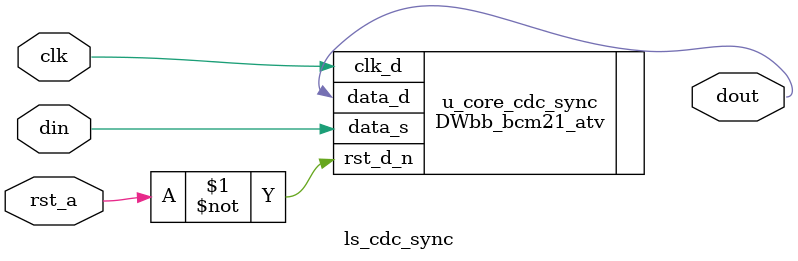
<source format=v>
`include "const.def"
module ls_cdc_sync 
  #(
  parameter WIDTH          = 1,    
  parameter F_SYNC_TYPE    = 2,   // SYNC_FF_LEVELS >= 2
  parameter VERIF_EN       = 0,
  parameter SVA_TYPE       = 0,
  parameter TMR_CDC        = 0    
  )
  (
  input   clk,         // target (receiving) clock domain clk
  input   rst_a,

  input   din,         // single bit wide input

  output  dout
);

DWbb_bcm21_atv #(
	.WIDTH(1), 
	.F_SYNC_TYPE(F_SYNC_TYPE), 
	.VERIF_EN(VERIF_EN), 
	.SVA_TYPE(SVA_TYPE), 
	.TMR_CDC(TMR_CDC)) u_core_cdc_sync ( 
    .rst_d_n        (~rst_a), 
    .data_s         ({(TMR_CDC*2+1){din}}), 
    .clk_d          (clk), 
    .data_d         (dout)
    );

endmodule // cdc_sync

</source>
